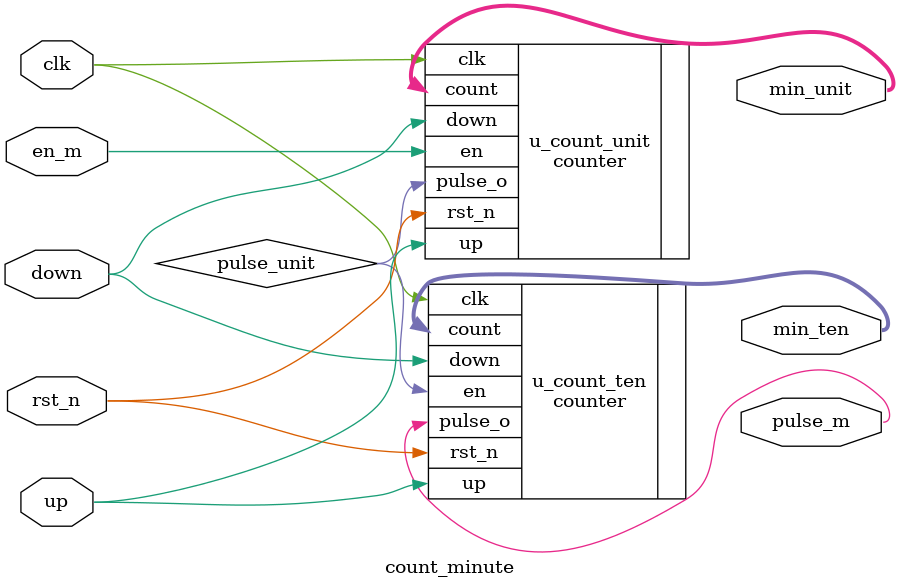
<source format=v>
module count_minute #(
    parameter MAX_DISPLAY_UNIT  = 4,
    parameter MAX_DISPLAY_TEN   = 4
) (
    input                                   clk,
    input                                   rst_n,
    input                                   en_m,  
    input                                   up, down,
    output  reg [MAX_DISPLAY_UNIT - 1 : 0]  min_unit,         
    output  reg [MAX_DISPLAY_TEN  - 1 : 0]  min_ten,
    output                                  pulse_m          
);

    wire pulse_unit;

    counter #(
        .MAX_COUNT(9),
        .BIT_SIZE(4)
    ) u_count_unit (
        .clk(clk),
        .rst_n(rst_n),
        .en(en_m),
        .up(up),
        .down(down),
        .count(min_unit),
        .pulse_o(pulse_unit)
    );

    counter #(
        .MAX_COUNT(5),
        .BIT_SIZE(4)
    ) u_count_ten (
        .clk(clk),
        .rst_n(rst_n),
        .en(pulse_unit),
        .up(up),
        .down(down),             
        .count(min_ten),
        .pulse_o(pulse_m)                     
    );

endmodule

</source>
